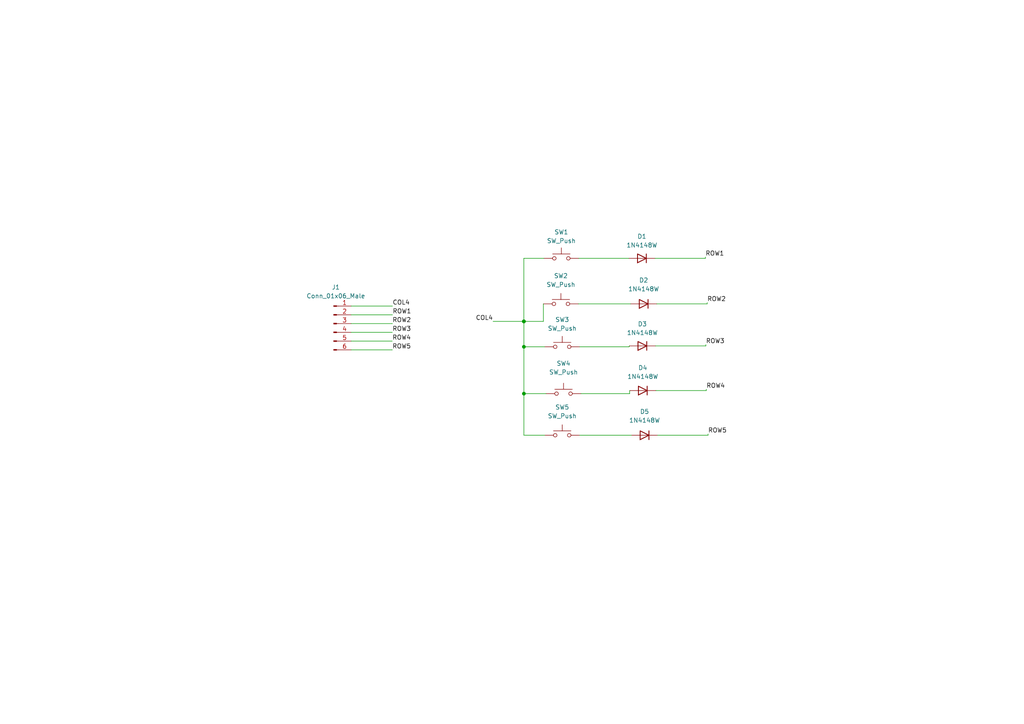
<source format=kicad_sch>
(kicad_sch (version 20211123) (generator eeschema)
  (paper "A4")
  (lib_symbols
    (symbol "Connector:Conn_01x06_Male" (pin_names (offset 1.016) hide)
      (property "Reference" "J" (at 0 7.62 0))
      (property "Value" "Conn_01x06_Male" (at 0 -10.16 0))
      (symbol "Conn_01x06_Male_1_1"
        (polyline (pts (xy 1.27 -7.62) (xy 0.8636 -7.62)) (stroke (width 0.1524)))
        (polyline (pts (xy 1.27 -5.08) (xy 0.8636 -5.08)) (stroke (width 0.1524)))
        (polyline (pts (xy 1.27 -2.54) (xy 0.8636 -2.54)) (stroke (width 0.1524)))
        (polyline (pts (xy 1.27 0) (xy 0.8636 0)) (stroke (width 0.1524)))
        (polyline (pts (xy 1.27 2.54) (xy 0.8636 2.54)) (stroke (width 0.1524)))
        (polyline (pts (xy 1.27 5.08) (xy 0.8636 5.08)) (stroke (width 0.1524)))
        (rectangle (start 0.8636 -7.493) (end 0 -7.747) (stroke (width 0.1524)) (fill (type outline)))
        (rectangle (start 0.8636 -4.953) (end 0 -5.207) (stroke (width 0.1524)) (fill (type outline)))
        (rectangle (start 0.8636 -2.413) (end 0 -2.667) (stroke (width 0.1524)) (fill (type outline)))
        (rectangle (start 0.8636 0.127) (end 0 -0.127) (stroke (width 0.1524)) (fill (type outline)))
        (rectangle (start 0.8636 2.667) (end 0 2.413) (stroke (width 0.1524)) (fill (type outline)))
        (rectangle (start 0.8636 5.207) (end 0 4.953) (stroke (width 0.1524)) (fill (type outline)))
        (pin passive line (at 5.08 5.08 180) (length 3.81) (name "Pin_1") (number "1"))
        (pin passive line (at 5.08 2.54 180) (length 3.81) (name "Pin_2") (number "2"))
        (pin passive line (at 5.08 0 180) (length 3.81) (name "Pin_3") (number "3"))
        (pin passive line (at 5.08 -2.54 180) (length 3.81) (name "Pin_4") (number "4"))
        (pin passive line (at 5.08 -5.08 180) (length 3.81) (name "Pin_5") (number "5"))
        (pin passive line (at 5.08 -7.62 180) (length 3.81) (name "Pin_6") (number "6"))
      )
    )
    (symbol "Diode:1N4148W" (pin_numbers hide) (pin_names (offset 1.016) hide)
      (property "Reference" "D" (at 0 2.54 0))
      (property "Value" "1N4148W" (at 0 -2.54 0))
      (symbol "1N4148W_0_1"
        (polyline (pts (xy -1.27 1.27) (xy -1.27 -1.27)) (stroke (width 0.254)))
        (polyline (pts (xy 1.27 0) (xy -1.27 0)))
        (polyline (pts (xy 1.27 1.27) (xy 1.27 -1.27) (xy -1.27 0) (xy 1.27 1.27)) (stroke (width 0.254)))
      )
      (symbol "1N4148W_1_1"
        (pin passive line (at -3.81 0 0) (length 2.54) (name "K") (number "1"))
        (pin passive line (at 3.81 0 180) (length 2.54) (name "A") (number "2"))
      )
    )
    (symbol "Switch:SW_Push" (pin_numbers hide) (pin_names (offset 1.016) hide)
      (property "Reference" "SW" (at 1.27 2.54 0))
      (property "Value" "SW_Push" (at 0 -1.524 0))
      (symbol "SW_Push_0_1"
        (circle (center -2.032 0) (radius 0.508))
        (polyline (pts (xy 0 1.27) (xy 0 3.048)))
        (polyline (pts (xy 2.54 1.27) (xy -2.54 1.27)))
        (circle (center 2.032 0) (radius 0.508))
        (pin passive line (at -5.08 0 0) (length 2.54) (name "1") (number "1"))
        (pin passive line (at 5.08 0 180) (length 2.54) (name "2") (number "2"))
      )
    )
  )
  (junction (at 151.9524 93.218))
  (junction (at 151.9375 93.218))
  (junction (at 151.9524 114.173))
  (junction (at 151.9524 100.584))
  (wire (pts (xy 204.724 100.33) (xy 204.724 99.949)))
  (wire (pts (xy 157.607 88.138) (xy 157.607 93.218)))
  (wire (pts (xy 101.854 96.393) (xy 113.7882 96.393)))
  (wire (pts (xy 167.767 88.138) (xy 182.88 88.138)))
  (wire (pts (xy 113.7882 93.8522) (xy 113.7882 93.853)))
  (wire (pts (xy 189.992 74.93) (xy 204.597 74.93)))
  (wire (pts (xy 190.5 88.138) (xy 205.105 88.138)))
  (wire (pts (xy 168.148 126.238) (xy 183.134 126.238)))
  (wire (pts (xy 205.359 126.238) (xy 205.359 125.857)))
  (wire (pts (xy 168.529 114.173) (xy 182.626 114.173)))
  (wire (pts (xy 101.854 88.773) (xy 113.8448 88.773)))
  (wire (pts (xy 151.9524 114.173) (xy 151.9524 100.584)))
  (wire (pts (xy 157.988 100.584) (xy 151.9524 100.584)))
  (wire (pts (xy 190.754 126.238) (xy 205.359 126.238)))
  (wire (pts (xy 101.854 98.933) (xy 113.7663 98.933)))
  (wire (pts (xy 204.597 74.93) (xy 204.597 74.549)))
  (wire (pts (xy 157.607 93.218) (xy 151.9524 93.218)))
  (wire (pts (xy 113.7663 101.473) (xy 113.7663 101.4742)))
  (wire (pts (xy 151.9524 126.238) (xy 151.9524 114.173)))
  (wire (pts (xy 182.626 114.173) (xy 182.626 113.284)))
  (wire (pts (xy 190.246 113.284) (xy 204.851 113.284)))
  (wire (pts (xy 167.894 74.93) (xy 182.372 74.93)))
  (wire (pts (xy 151.9375 74.93) (xy 157.734 74.93)))
  (wire (pts (xy 190.119 100.33) (xy 204.724 100.33)))
  (wire (pts (xy 157.988 126.238) (xy 151.9524 126.238)))
  (wire (pts (xy 182.499 100.584) (xy 182.499 100.33)))
  (wire (pts (xy 101.854 93.853) (xy 113.7882 93.853)))
  (wire (pts (xy 204.851 113.284) (xy 204.851 112.903)))
  (wire (pts (xy 101.854 101.473) (xy 113.7663 101.473)))
  (wire (pts (xy 143.002 93.218) (xy 151.9375 93.218)))
  (wire (pts (xy 151.9375 93.218) (xy 151.9375 74.93)))
  (wire (pts (xy 151.9524 93.218) (xy 151.9375 93.218)))
  (wire (pts (xy 158.369 114.173) (xy 151.9524 114.173)))
  (wire (pts (xy 205.105 88.138) (xy 205.105 87.757)))
  (wire (pts (xy 168.148 100.584) (xy 182.499 100.584)))
  (wire (pts (xy 151.9524 100.584) (xy 151.9524 93.218)))
  (wire (pts (xy 101.854 91.313) (xy 113.8448 91.313)))
  (label "COL4" (at 113.8448 88.773 0))
  (label "COL4" (at 143.002 93.218 180))
  (label "ROW1" (at 204.597 74.549 0))
  (label "ROW3" (at 113.7882 96.393 0))
  (label "ROW4" (at 113.7663 98.933 0))
  (label "ROW1" (at 113.8448 91.313 0))
  (label "ROW2" (at 205.105 87.757 0))
  (label "ROW3" (at 204.724 99.949 0))
  (label "ROW5" (at 113.7663 101.4742 0))
  (label "ROW5" (at 205.359 125.857 0))
  (label "ROW4" (at 204.851 112.903 0))
  (label "ROW2" (at 113.7882 93.8522 0))
  (symbol (lib_id "Diode:1N4148W") (at 186.944 126.238 180) (unit 1)
    (property "Reference" "D5" (at 186.944 119.38 0))
    (property "Value" "1N4148W" (at 186.944 121.92 0))
    (property "Footprint" "Diode_SMD:D_SOD-123" (effects hide))
    (property "Datasheet" "https://www.vishay.com/docs/85748/1n4148w.pdf" (effects hide))
  )
  (symbol (lib_id "Switch:SW_Push") (at 163.449 114.173 0) (unit 1)
    (property "Reference" "SW4" (at 163.449 105.41 0))
    (property "Value" "SW_Push" (at 163.449 107.95 0))
    (property "Footprint" "Switch_Keyboard_Cherry_MX:SW_Cherry_MX_PCB_1.00u" (effects hide))
  )
  (symbol (lib_id "Diode:1N4148W") (at 186.182 74.93 180) (unit 1)
    (property "Reference" "D1" (at 186.182 68.58 0))
    (property "Value" "1N4148W" (at 186.182 71.12 0))
    (property "Footprint" "Diode_SMD:D_SOD-123" (effects hide))
    (property "Datasheet" "https://www.vishay.com/docs/85748/1n4148w.pdf" (effects hide))
  )
  (symbol (lib_id "Connector:Conn_01x06_Male") (at 96.774 93.853 0) (unit 1)
    (property "Reference" "J1" (at 97.409 83.312 0))
    (property "Value" "Conn_01x06_Male" (at 97.409 85.852 0))
    (property "Footprint" "Connector_JST:JST_XH_B6B-XH-A_1x06_P2.50mm_Vertical" (effects hide))
  )
  (symbol (lib_id "Switch:SW_Push") (at 162.814 74.93 0) (unit 1)
    (property "Reference" "SW1" (at 162.814 67.31 0))
    (property "Value" "SW_Push" (at 162.814 69.85 0))
    (property "Footprint" "Switch_Keyboard_Cherry_MX:SW_Cherry_MX_PCB_1.00u" (effects hide))
  )
  (symbol (lib_id "Switch:SW_Push") (at 163.068 126.238 0) (unit 1)
    (property "Reference" "SW5" (at 163.068 118.11 0))
    (property "Value" "SW_Push" (at 163.068 120.65 0))
    (property "Footprint" "Switch_Keyboard_Cherry_MX:SW_Cherry_MX_PCB_1.00u" (effects hide))
  )
  (symbol (lib_id "Switch:SW_Push") (at 163.068 100.584 0) (unit 1)
    (property "Reference" "SW3" (at 163.068 92.71 0))
    (property "Value" "SW_Push" (at 163.068 95.25 0))
    (property "Footprint" "Switch_Keyboard_Cherry_MX:SW_Cherry_MX_PCB_1.00u" (effects hide))
  )
  (symbol (lib_id "Switch:SW_Push") (at 162.687 88.138 0) (unit 1)
    (property "Reference" "SW2" (at 162.687 80.01 0))
    (property "Value" "SW_Push" (at 162.687 82.55 0))
    (property "Footprint" "Switch_Keyboard_Cherry_MX:SW_Cherry_MX_PCB_1.00u" (effects hide))
  )
  (symbol (lib_id "Diode:1N4148W") (at 186.69 88.138 180) (unit 1)
    (property "Reference" "D2" (at 186.69 81.28 0))
    (property "Value" "1N4148W" (at 186.69 83.82 0))
    (property "Footprint" "Diode_SMD:D_SOD-123" (effects hide))
    (property "Datasheet" "https://www.vishay.com/docs/85748/1n4148w.pdf" (effects hide))
  )
  (symbol (lib_id "Diode:1N4148W") (at 186.309 100.33 180) (unit 1)
    (property "Reference" "D3" (at 186.309 93.98 0))
    (property "Value" "1N4148W" (at 186.309 96.52 0))
    (property "Footprint" "Diode_SMD:D_SOD-123" (effects hide))
    (property "Datasheet" "https://www.vishay.com/docs/85748/1n4148w.pdf" (effects hide))
  )
  (symbol (lib_id "Diode:1N4148W") (at 186.436 113.284 180) (unit 1)
    (property "Reference" "D4" (at 186.436 106.68 0))
    (property "Value" "1N4148W" (at 186.436 109.22 0))
    (property "Footprint" "Diode_SMD:D_SOD-123" (effects hide))
    (property "Datasheet" "https://www.vishay.com/docs/85748/1n4148w.pdf" (effects hide))
  )
)
</source>
